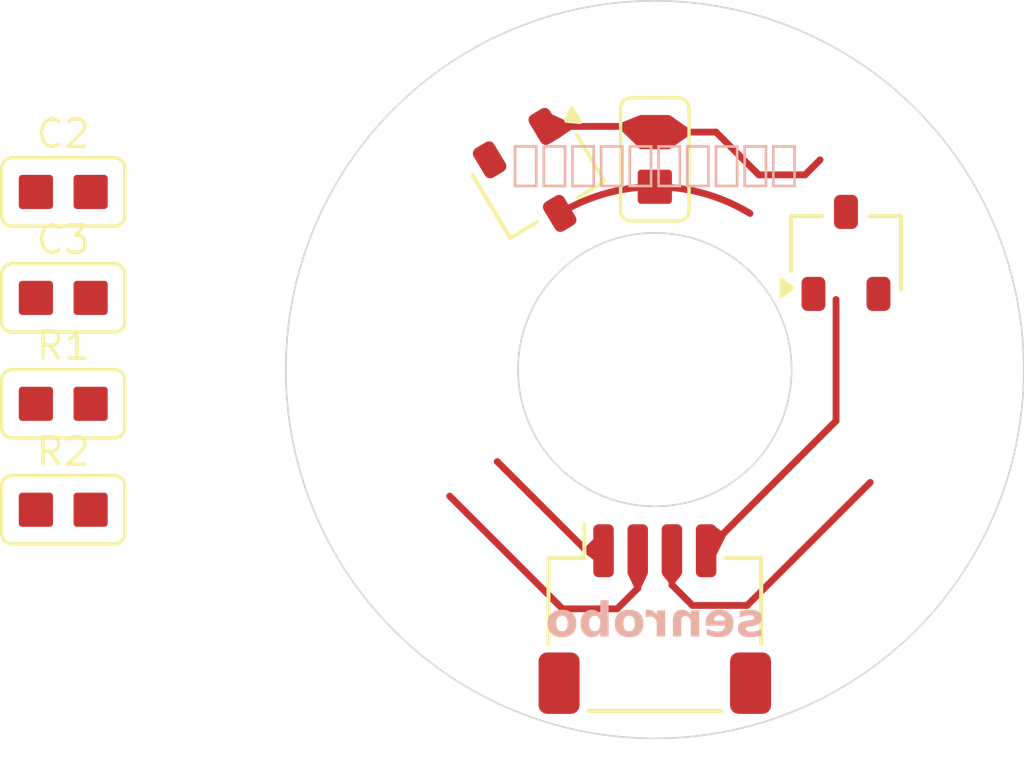
<source format=kicad_pcb>
(kicad_pcb (version 20240108) (generator "pcbnew") (generator_version "8.0")
  (layers (0 "F.Cu" signal) (31 "B.Cu" signal) (34 "B.Paste" user) (35 "F.Paste" user) (36 "B.SilkS" user "B.Silkscreen") (37 "F.SilkS" user "F.Silkscreen") (38 "B.Mask" user) (39 "F.Mask" user) (44 "Edge.Cuts" user))
  (net 0 "")
  (net 1 "+3V3")
  (net 2 "GNDREF")
  (net 3 "/OUTB")
  (net 4 "/OUTA")
  (footprint "Connector_JST:JST_SH_SM04B-SRSS-TB_1x04-1MP_P1.00mm_Horizontal" (layer "F.Cu") (at 160 107.3)
    (property "Reference" "J1" (hide yes))
    (property "Value" "Conn_01x04")
    (fp_line (start -3.11 -1.785) (end -2.06 -1.785) (stroke (width 0.12)) (layer "F.SilkS"))
    (fp_line (start -3.11 0.715) (end -3.11 -1.785) (stroke (width 0.12)) (layer "F.SilkS"))
    (fp_line (start -2.06 -1.785) (end -2.06 -2.775) (stroke (width 0.12)) (layer "F.SilkS"))
    (fp_line (start -1.94 2.685) (end 1.94 2.685) (stroke (width 0.12)) (layer "F.SilkS"))
    (fp_line (start 3.11 -1.785) (end 2.06 -1.785) (stroke (width 0.12)) (layer "F.SilkS"))
    (fp_line (start 3.11 0.715) (end 3.11 -1.785) (stroke (width 0.12)) (layer "F.SilkS"))
    (pad "1" smd roundrect (at -1.5 -2) (size 0.6 1.55) (layers "F.Cu" "F.Paste" "F.Mask") (net 1 "+3V3"))
    (pad "2" smd roundrect (at -0.5 -2) (size 0.6 1.55) (layers "F.Cu" "F.Paste" "F.Mask") (net 3 "/OUTB"))
    (pad "3" smd roundrect (at 0.5 -2) (size 0.6 1.55) (layers "F.Cu" "F.Paste" "F.Mask") (net 4 "/OUTA"))
    (pad "4" smd roundrect (at 1.5 -2) (size 0.6 1.55) (layers "F.Cu" "F.Paste" "F.Mask") (net 2 "GNDREF"))
    (pad "MP" smd roundrect (at -2.8 1.875) (size 1.2 1.8) (layers "F.Cu" "F.Paste" "F.Mask") (roundrect_rratio 0.208333))
    (pad "MP" smd roundrect (at 2.8 1.875) (size 1.2 1.8) (layers "F.Cu" "F.Paste" "F.Mask") (roundrect_rratio 0.208333))
  )
  (footprint "Package_TO_SOT_SMD:SOT-23W" (layer "F.Cu") (at 165.590135 96.583806 90)
    (property "Reference" "U1" (hide yes))
    (property "Value" "~")
    (fp_line (start -0.525001 -1.61) (end 1.074999 -1.609999) (stroke (width 0.12)) (layer "F.SilkS"))
    (fp_line (start 1.074999 -1.609999) (end 1.075 -0.700001) (stroke (width 0.12)) (layer "F.SilkS"))
    (fp_line (start 1.075 0.700001) (end 1.075001 1.61) (stroke (width 0.12)) (layer "F.SilkS"))
    (fp_line (start -1.074999 1.609999) (end 1.075001 1.61) (stroke (width 0.12)) (layer "F.SilkS"))
    (fp_poly (pts (xy -1.024999 -1.559999) (xy -1.265001 -1.89) (xy -0.785 -1.89) (xy -1.024999 -1.559999)) (stroke (width 0.12)) (fill solid) (layer "F.SilkS"))
    (pad "1" smd roundrect (at -1.2 -0.950001 90) (size 1 0.7) (layers "F.Cu" "F.Paste" "F.Mask") (net 1 "+3V3"))
    (pad "2" smd roundrect (at -1.200002 0.95 90) (size 1 0.7) (layers "F.Cu" "F.Paste" "F.Mask") (net 4 "/OUTA"))
    (pad "3" smd roundrect (at 1.2 0.000002 90) (size 1 0.7) (layers "F.Cu" "F.Paste" "F.Mask") (net 2 "GNDREF"))
  )
  (footprint "Library:res0603" (layer "F.Cu") (at 142.7 104.1)
    (property "Reference" "R2" (at 0 -1.7 0) (layer "F.SilkS") (effects (font (size 0.8 0.8) (thickness 0.1))))
    (property "Value" "4K7")
    (fp_line (start -1.8 0.7) (end -1.8 -0.7) (stroke (width 0.1)) (layer "F.SilkS"))
    (fp_line (start -1.5 -1) (end 1.5 -1) (stroke (width 0.1)) (layer "F.SilkS"))
    (fp_line (start -1.5 1) (end 1.5 1) (stroke (width 0.1)) (layer "F.SilkS"))
    (fp_line (start 1.8 -0.7) (end 1.8 0.7) (stroke (width 0.1)) (layer "F.SilkS"))
    (fp_arc (start -1.8 -0.7) (mid -1.712132 -0.912132) (end -1.5 -1) (stroke (width 0.1)) (layer "F.SilkS"))
    (fp_arc (start -1.5 1) (mid -1.712132 0.912132) (end -1.8 0.7) (stroke (width 0.1)) (layer "F.SilkS"))
    (fp_arc (start 1.5 -1) (mid 1.712132 -0.912132) (end 1.8 -0.7) (stroke (width 0.1)) (layer "F.SilkS"))
    (fp_arc (start 1.8 0.7) (mid 1.712132 0.912132) (end 1.5 1) (stroke (width 0.1)) (layer "F.SilkS"))
    (pad "1" smd roundrect (at -0.8 0) (size 1 1) (layers "F.Cu" "F.Paste" "F.Mask") (roundrect_rratio 0.1) (net 3 "/OUTB"))
    (pad "2" smd roundrect (at 0.8 0) (size 1 1) (layers "F.Cu" "F.Paste" "F.Mask") (roundrect_rratio 0.1) (net 2 "GNDREF"))
  )
  (footprint "Library:res0603" (layer "F.Cu") (at 142.7 101)
    (property "Reference" "R1" (at 0 -1.7 0) (layer "F.SilkS") (effects (font (size 0.8 0.8) (thickness 0.1))))
    (property "Value" "4K7")
    (fp_line (start -1.8 0.7) (end -1.8 -0.7) (stroke (width 0.1)) (layer "F.SilkS"))
    (fp_line (start -1.5 -1) (end 1.5 -1) (stroke (width 0.1)) (layer "F.SilkS"))
    (fp_line (start -1.5 1) (end 1.5 1) (stroke (width 0.1)) (layer "F.SilkS"))
    (fp_line (start 1.8 -0.7) (end 1.8 0.7) (stroke (width 0.1)) (layer "F.SilkS"))
    (fp_arc (start -1.8 -0.7) (mid -1.712132 -0.912132) (end -1.5 -1) (stroke (width 0.1)) (layer "F.SilkS"))
    (fp_arc (start -1.5 1) (mid -1.712132 0.912132) (end -1.8 0.7) (stroke (width 0.1)) (layer "F.SilkS"))
    (fp_arc (start 1.5 -1) (mid 1.712132 -0.912132) (end 1.8 -0.7) (stroke (width 0.1)) (layer "F.SilkS"))
    (fp_arc (start 1.8 0.7) (mid 1.712132 0.912132) (end 1.5 1) (stroke (width 0.1)) (layer "F.SilkS"))
    (pad "1" smd roundrect (at -0.8 0) (size 1 1) (layers "F.Cu" "F.Paste" "F.Mask") (roundrect_rratio 0.1) (net 4 "/OUTA"))
    (pad "2" smd roundrect (at 0.8 0) (size 1 1) (layers "F.Cu" "F.Paste" "F.Mask") (roundrect_rratio 0.1) (net 2 "GNDREF"))
  )
  (footprint "Library:cap0603" (layer "F.Cu") (at 159.999999 93.84865 -90)
    (property "Reference" "C1" (hide yes))
    (property "Value" "4U7" (hide yes))
    (fp_line (start -1.5 1) (end 1.5 1) (stroke (width 0.1)) (layer "F.SilkS"))
    (fp_line (start -1.8 0.7) (end -1.8 -0.7) (stroke (width 0.1)) (layer "F.SilkS"))
    (fp_line (start 1.8 -0.7) (end 1.8 0.7) (stroke (width 0.1)) (layer "F.SilkS"))
    (fp_line (start -1.5 -1) (end 1.5 -1) (stroke (width 0.1)) (layer "F.SilkS"))
    (fp_arc (start -1.5 1) (mid -1.712132 0.912132) (end -1.8 0.7) (stroke (width 0.1)) (layer "F.SilkS"))
    (fp_arc (start 1.8 0.7) (mid 1.712132 0.912132) (end 1.5 1) (stroke (width 0.1)) (layer "F.SilkS"))
    (fp_arc (start -1.8 -0.7) (mid -1.712132 -0.912132) (end -1.5 -1) (stroke (width 0.1)) (layer "F.SilkS"))
    (fp_arc (start 1.5 -1) (mid 1.712132 -0.912132) (end 1.8 -0.7) (stroke (width 0.1)) (layer "F.SilkS"))
    (pad "1" smd roundrect (at -0.799999 0 270) (size 1 1) (layers "F.Cu" "F.Paste" "F.Mask") (roundrect_rratio 0.1) (net 4 "/OUTA"))
    (pad "2" smd roundrect (at 0.799999 0 270) (size 1 1) (layers "F.Cu" "F.Paste" "F.Mask") (roundrect_rratio 0.1) (net 2 "GNDREF"))
  )
  (footprint "Library:cap0603" (layer "F.Cu") (at 142.7 97.9)
    (property "Reference" "C3" (at 0 -1.7 0) (layer "F.SilkS") (effects (font (size 0.8 0.8) (thickness 0.1))))
    (property "Value" "4U7" (hide yes))
    (fp_line (start -1.8 0.7) (end -1.8 -0.7) (stroke (width 0.1)) (layer "F.SilkS"))
    (fp_line (start -1.5 -1) (end 1.5 -1) (stroke (width 0.1)) (layer "F.SilkS"))
    (fp_line (start -1.5 1) (end 1.5 1) (stroke (width 0.1)) (layer "F.SilkS"))
    (fp_line (start 1.8 -0.7) (end 1.8 0.7) (stroke (width 0.1)) (layer "F.SilkS"))
    (fp_arc (start -1.8 -0.7) (mid -1.712132 -0.912132) (end -1.5 -1) (stroke (width 0.1)) (layer "F.SilkS"))
    (fp_arc (start -1.5 1) (mid -1.712132 0.912132) (end -1.8 0.7) (stroke (width 0.1)) (layer "F.SilkS"))
    (fp_arc (start 1.5 -1) (mid 1.712132 -0.912132) (end 1.8 -0.7) (stroke (width 0.1)) (layer "F.SilkS"))
    (fp_arc (start 1.8 0.7) (mid 1.712132 0.912132) (end 1.5 1) (stroke (width 0.1)) (layer "F.SilkS"))
    (pad "1" smd roundrect (at -0.8 0) (size 1 1) (layers "F.Cu" "F.Paste" "F.Mask") (roundrect_rratio 0.1) (net 3 "/OUTB"))
    (pad "2" smd roundrect (at 0.8 0) (size 1 1) (layers "F.Cu" "F.Paste" "F.Mask") (roundrect_rratio 0.1) (net 2 "GNDREF"))
  )
  (footprint "Library:cap0603" (layer "F.Cu") (at 142.7 94.8)
    (property "Reference" "C2" (at 0 -1.7 0) (layer "F.SilkS") (effects (font (size 0.8 0.8) (thickness 0.1))))
    (property "Value" "0u1" (hide yes))
    (fp_line (start -1.8 0.7) (end -1.8 -0.7) (stroke (width 0.1)) (layer "F.SilkS"))
    (fp_line (start -1.5 -1) (end 1.5 -1) (stroke (width 0.1)) (layer "F.SilkS"))
    (fp_line (start -1.5 1) (end 1.5 1) (stroke (width 0.1)) (layer "F.SilkS"))
    (fp_line (start 1.8 -0.7) (end 1.8 0.7) (stroke (width 0.1)) (layer "F.SilkS"))
    (fp_arc (start -1.8 -0.7) (mid -1.712132 -0.912132) (end -1.5 -1) (stroke (width 0.1)) (layer "F.SilkS"))
    (fp_arc (start -1.5 1) (mid -1.712132 0.912132) (end -1.8 0.7) (stroke (width 0.1)) (layer "F.SilkS"))
    (fp_arc (start 1.5 -1) (mid 1.712132 -0.912132) (end 1.8 -0.7) (stroke (width 0.1)) (layer "F.SilkS"))
    (fp_arc (start 1.8 0.7) (mid 1.712132 0.912132) (end 1.5 1) (stroke (width 0.1)) (layer "F.SilkS"))
    (pad "1" smd roundrect (at -0.8 0) (size 1 1) (layers "F.Cu" "F.Paste" "F.Mask") (roundrect_rratio 0.1) (net 1 "+3V3"))
    (pad "2" smd roundrect (at 0.8 0) (size 1 1) (layers "F.Cu" "F.Paste" "F.Mask") (roundrect_rratio 0.1) (net 2 "GNDREF"))
  )
  (footprint "Package_TO_SOT_SMD:SOT-23W" (layer "F.Cu") (at 156.6 94.4 -59)
    (property "Reference" "U2" (hide yes))
    (property "Value" "~" (hide yes))
    (fp_line (start -1.075 1.61) (end 1.075 1.610001) (stroke (width 0.12)) (layer "F.SilkS"))
    (fp_line (start 1.075001 0.7) (end 1.075 1.610001) (stroke (width 0.12)) (layer "F.SilkS"))
    (fp_line (start -0.525 -1.61) (end 1.075 -1.61) (stroke (width 0.12)) (layer "F.SilkS"))
    (fp_line (start 1.075 -1.61) (end 1.075 -0.7) (stroke (width 0.12)) (layer "F.SilkS"))
    (fp_poly (pts (xy -1.025001 -1.559999) (xy -1.265 -1.89) (xy -0.785 -1.89) (xy -1.025001 -1.559999)) (stroke (width 0.12)) (fill solid) (layer "F.SilkS"))
    (pad "1" smd roundrect (at -1.2 -0.95 301) (size 1 0.7) (layers "F.Cu" "F.Paste" "F.Mask") (net 1 "+3V3"))
    (pad "2" smd roundrect (at -1.200002 0.95 301) (size 1 0.7) (layers "F.Cu" "F.Paste" "F.Mask") (net 3 "/OUTB"))
    (pad "3" smd roundrect (at 1.2 0.000001 301) (size 1 0.7) (layers "F.Cu" "F.Paste" "F.Mask") (net 2 "GNDREF"))
  )
  (gr_arc (start 157.218045 95.428601) (mid 159.999999 94.648649) (end 162.781953 95.4286) (stroke (width 0.2)) (layer "F.Cu") (net 2))
  (gr_circle (center 160 100) (end 160 89.208387) (stroke (width 0.05)) (fill none) (layer "Edge.Cuts"))
  (gr_circle (center 160 100) (end 164 100) (stroke (width 0.05)) (fill none) (layer "Edge.Cuts"))
  (gr_text "モーターエンコーダー" (at 159.999999 94 -0) (layer "B.SilkS") (effects (font (size 1 1) (thickness 0.25) (bold yes)) (justify mirror)))
  (gr_text "senrobo" (at 160 107.395807 0) (layer "B.SilkS") (effects (font (size 1 1) (thickness 0.25) (bold yes)) (justify mirror)))
  (segment (start 164.393041 94.3) (end 163.039314 94.3) (width 0.2) (layer "F.Cu") (net 1))
  (segment (start 158.5 105.3) (end 158 105.3) (width 0.2) (layer "F.Cu") (net 1))
  (segment (start 156.796263 92.882113) (end 159.833461 92.882113) (width 0.2) (layer "F.Cu") (net 1))
  (segment (start 155.391758 102.691758) (end 158 105.3) (width 0.2) (layer "F.Cu") (net 1))
  (segment (start 161.787965 93.048651) (end 163.039314 94.3) (width 0.2) (layer "F.Cu") (net 1))
  (segment (start 159.999999 93.048651) (end 161.787965 93.048651) (width 0.2) (layer "F.Cu") (net 1))
  (segment (start 164.832355 93.860686) (end 164.393041 94.3) (width 0.2) (layer "F.Cu") (net 1))
  (segment (start 161.5 105.3) (end 165.3 101.5) (width 0.2) (layer "F.Cu") (net 2))
  (segment (start 165.3 101.5) (end 165.3 97.946647) (width 0.2) (layer "F.Cu") (net 2))
  (segment (start 158.9 107) (end 157.3 107) (width 0.2) (layer "F.Cu") (net 3))
  (segment (start 159.5 106.4) (end 159.5 105.1) (width 0.2) (layer "F.Cu") (net 3))
  (segment (start 157.3 107) (end 154 103.7) (width 0.2) (layer "F.Cu") (net 3))
  (segment (start 159.5 106.4) (end 158.9 107) (width 0.2) (layer "F.Cu") (net 3))
  (segment (start 159.5 105.3) (end 159.5 106.4) (width 0.2) (layer "F.Cu") (net 3))
  (segment (start 161.1 106.9) (end 160.5 106.3) (width 0.2) (layer "F.Cu") (net 4))
  (segment (start 160.5 106.3) (end 160.5 105) (width 0.2) (layer "F.Cu") (net 4))
  (segment (start 162.7 106.9) (end 161.1 106.9) (width 0.2) (layer "F.Cu") (net 4))
  (segment (start 160.5 105.3) (end 160.5 106.3) (width 0.2) (layer "F.Cu") (net 4))
  (segment (start 166.3 103.3) (end 162.7 106.9) (width 0.2) (layer "F.Cu") (net 4))
)
</source>
